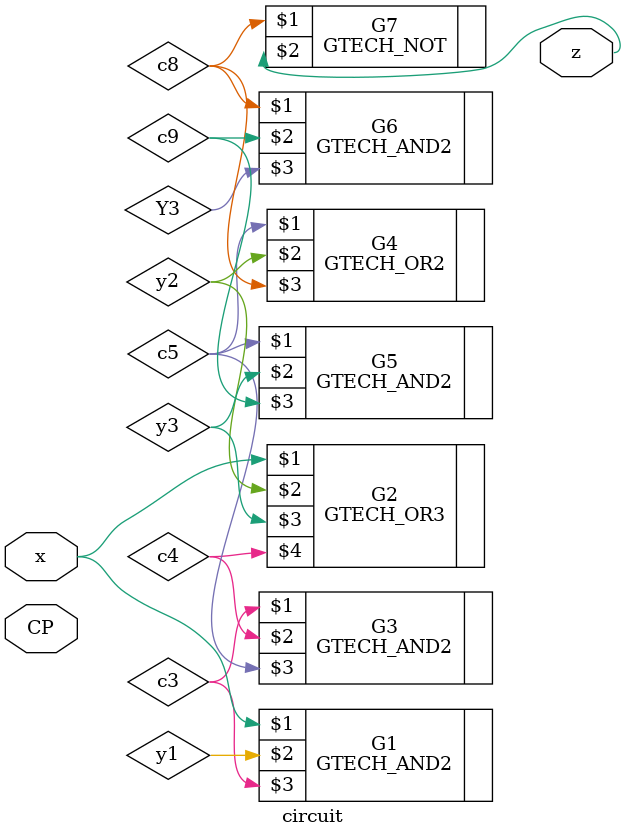
<source format=v>

`include "gtech_lib.v"
module circuit(x,CP,z);
input x,CP;
output z;

wire y1,y2,y3,Y3,c3,c4,c5,c8,c9;

GTECH_AND2 G1(x,y1,c3);
GTECH_OR3 G2(x,y2,y3,c4);
GTECH_AND2 G3(c3,c4,c5);
GTECH_OR2 G4(c5,y2,c8);
GTECH_AND2 G5(c5,y3,c9);
GTECH_AND2 G6(c8,c9,Y3);
GTECH_NOT G7(c8,z);

//GTECH_UDP_FD1 FF1 (y1,c5,CP);
//GTECH_UDP_FD1 FF2 (y2,c8,CP);
//GTECH_UDP_FD1 FF3 (y3,Y3,CP);

endmodule
</source>
